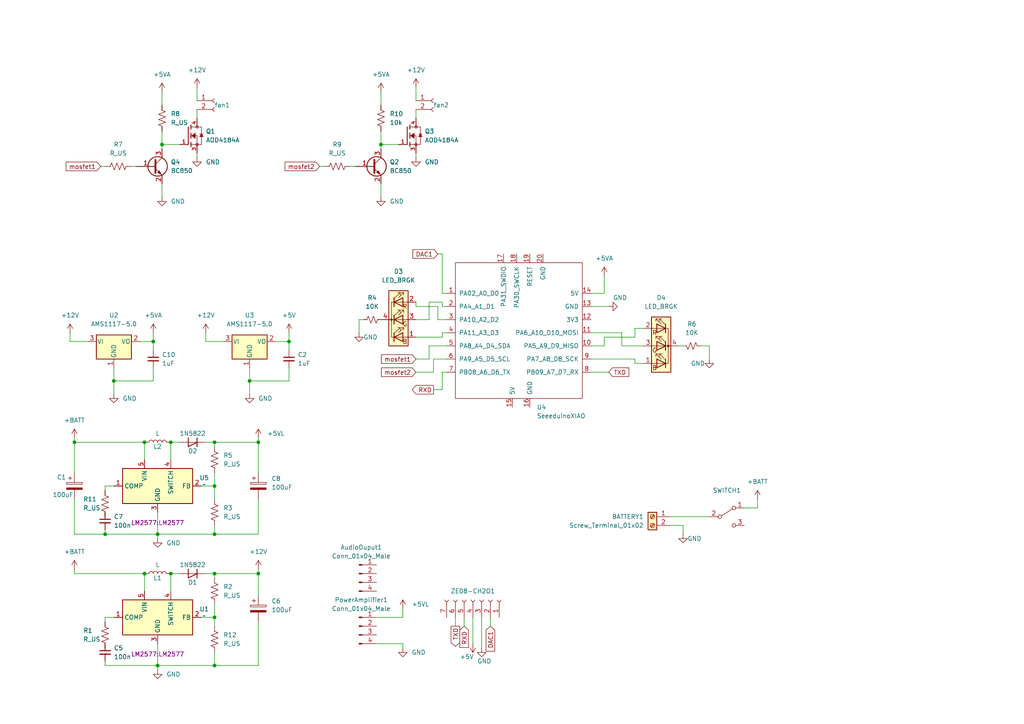
<source format=kicad_sch>
(kicad_sch (version 20231120) (generator "eeschema") (generator_version "8.0")
  (paper "A4")
  (title_block (title "PCB CIGARETTE V1") (company "UCB IMT"))
  (lib_symbols
    (symbol "AOD4184A:AOD4184A" (pin_names (offset 1.016))
      (property "Reference" "Q" (at -8.89 2.54 0))
      (property "Value" "AOD4184A" (at -8.89 -7.62 0))
      (symbol "AOD4184A_0_0"
        (polyline (pts (xy 0 2.54) (xy 0 -2.54)) (stroke (width 0.254)))
        (polyline (pts (xy 0.762 -2.54) (xy 0.762 -3.175)) (stroke (width 0.254)))
        (polyline (pts (xy 0.762 -1.905) (xy 0.762 -2.54)) (stroke (width 0.254)))
        (polyline (pts (xy 0.762 0) (xy 0.762 -0.762)) (stroke (width 0.254)))
        (polyline (pts (xy 0.762 0) (xy 2.54 0)) (stroke (width 0.1524)))
        (polyline (pts (xy 0.762 0.762) (xy 0.762 0)) (stroke (width 0.254)))
        (polyline (pts (xy 0.762 2.54) (xy 0.762 1.905)) (stroke (width 0.254)))
        (polyline (pts (xy 0.762 2.54) (xy 3.81 2.54)) (stroke (width 0.1524)))
        (polyline (pts (xy 0.762 3.175) (xy 0.762 2.54)) (stroke (width 0.254)))
        (polyline (pts (xy 2.54 -2.54) (xy 0.762 -2.54)) (stroke (width 0.1524)))
        (polyline (pts (xy 2.54 -2.54) (xy 3.81 -2.54)) (stroke (width 0.1524)))
        (polyline (pts (xy 2.54 0) (xy 2.54 -2.54)) (stroke (width 0.1524)))
        (polyline (pts (xy 3.81 0.508) (xy 3.302 0.508)) (stroke (width 0.1524)))
        (polyline (pts (xy 3.81 0.508) (xy 3.81 -2.54)) (stroke (width 0.1524)))
        (polyline (pts (xy 3.81 2.54) (xy 3.81 0.508)) (stroke (width 0.1524)))
        (polyline (pts (xy 4.318 0.508) (xy 3.81 0.508)) (stroke (width 0.1524)))
        (polyline (pts (xy 1.016 0) (xy 2.032 0.762) (xy 2.032 -0.762) (xy 1.016 0)) (stroke (width 0.1524)) (fill (type outline)))
        (polyline (pts (xy 3.81 0.508) (xy 3.302 -0.254) (xy 4.318 -0.254) (xy 3.81 0.508)) (stroke (width 0.1524)) (fill (type outline)))
        (circle (center 2.54 -2.54) (radius 0.3592))
        (circle (center 2.54 2.54) (radius 0.3592))
        (pin passive line (at -2.54 -2.54 0) (length 2.54) (name "~") (number "1"))
        (pin passive line (at 2.54 -5.08 90) (length 2.54) (name "~") (number "3"))
        (pin passive line (at 2.54 5.08 270) (length 2.54) (name "~") (number "4"))
      )
    )
    (symbol "Connector:Conn_01x02_Female" (pin_names (offset 1.016) hide)
      (property "Reference" "J" (at 0 2.54 0))
      (property "Value" "Conn_01x02_Female" (at 0 -5.08 0))
      (symbol "Conn_01x02_Female_1_1"
        (arc (start 0 -2.032) (mid -0.5058 -2.54) (end 0 -3.048) (stroke (width 0.1524)))
        (polyline (pts (xy -1.27 -2.54) (xy -0.508 -2.54)) (stroke (width 0.1524)))
        (polyline (pts (xy -1.27 0) (xy -0.508 0)) (stroke (width 0.1524)))
        (arc (start 0 0.508) (mid -0.5058 0) (end 0 -0.508) (stroke (width 0.1524)))
        (pin passive line (at -5.08 0 0) (length 3.81) (name "Pin_1") (number "1"))
        (pin passive line (at -5.08 -2.54 0) (length 3.81) (name "Pin_2") (number "2"))
      )
    )
    (symbol "Connector:Conn_01x04_Male" (pin_names (offset 1.016) hide)
      (property "Reference" "J" (at 0 5.08 0))
      (property "Value" "Conn_01x04_Male" (at 0 -7.62 0))
      (symbol "Conn_01x04_Male_1_1"
        (polyline (pts (xy 1.27 -5.08) (xy 0.8636 -5.08)) (stroke (width 0.1524)))
        (polyline (pts (xy 1.27 -2.54) (xy 0.8636 -2.54)) (stroke (width 0.1524)))
        (polyline (pts (xy 1.27 0) (xy 0.8636 0)) (stroke (width 0.1524)))
        (polyline (pts (xy 1.27 2.54) (xy 0.8636 2.54)) (stroke (width 0.1524)))
        (rectangle (start 0.8636 -4.953) (end 0 -5.207) (stroke (width 0.1524)) (fill (type outline)))
        (rectangle (start 0.8636 -2.413) (end 0 -2.667) (stroke (width 0.1524)) (fill (type outline)))
        (rectangle (start 0.8636 0.127) (end 0 -0.127) (stroke (width 0.1524)) (fill (type outline)))
        (rectangle (start 0.8636 2.667) (end 0 2.413) (stroke (width 0.1524)) (fill (type outline)))
        (pin passive line (at 5.08 2.54 180) (length 3.81) (name "Pin_1") (number "1"))
        (pin passive line (at 5.08 0 180) (length 3.81) (name "Pin_2") (number "2"))
        (pin passive line (at 5.08 -2.54 180) (length 3.81) (name "Pin_3") (number "3"))
        (pin passive line (at 5.08 -5.08 180) (length 3.81) (name "Pin_4") (number "4"))
      )
    )
    (symbol "Connector:Conn_01x07_Female" (pin_names (offset 1.016) hide)
      (property "Reference" "J" (at 0 10.16 0))
      (property "Value" "Conn_01x07_Female" (at 0 -10.16 0))
      (symbol "Conn_01x07_Female_1_1"
        (arc (start 0 -7.112) (mid -0.5058 -7.62) (end 0 -8.128) (stroke (width 0.1524)))
        (arc (start 0 -4.572) (mid -0.5058 -5.08) (end 0 -5.588) (stroke (width 0.1524)))
        (arc (start 0 -2.032) (mid -0.5058 -2.54) (end 0 -3.048) (stroke (width 0.1524)))
        (polyline (pts (xy -1.27 -7.62) (xy -0.508 -7.62)) (stroke (width 0.1524)))
        (polyline (pts (xy -1.27 -5.08) (xy -0.508 -5.08)) (stroke (width 0.1524)))
        (polyline (pts (xy -1.27 -2.54) (xy -0.508 -2.54)) (stroke (width 0.1524)))
        (polyline (pts (xy -1.27 0) (xy -0.508 0)) (stroke (width 0.1524)))
        (polyline (pts (xy -1.27 2.54) (xy -0.508 2.54)) (stroke (width 0.1524)))
        (polyline (pts (xy -1.27 5.08) (xy -0.508 5.08)) (stroke (width 0.1524)))
        (polyline (pts (xy -1.27 7.62) (xy -0.508 7.62)) (stroke (width 0.1524)))
        (arc (start 0 0.508) (mid -0.5058 0) (end 0 -0.508) (stroke (width 0.1524)))
        (arc (start 0 3.048) (mid -0.5058 2.54) (end 0 2.032) (stroke (width 0.1524)))
        (arc (start 0 5.588) (mid -0.5058 5.08) (end 0 4.572) (stroke (width 0.1524)))
        (arc (start 0 8.128) (mid -0.5058 7.62) (end 0 7.112) (stroke (width 0.1524)))
        (pin passive line (at -5.08 7.62 0) (length 3.81) (name "Pin_1") (number "1"))
        (pin passive line (at -5.08 5.08 0) (length 3.81) (name "Pin_2") (number "2"))
        (pin passive line (at -5.08 2.54 0) (length 3.81) (name "Pin_3") (number "3"))
        (pin passive line (at -5.08 0 0) (length 3.81) (name "Pin_4") (number "4"))
        (pin passive line (at -5.08 -2.54 0) (length 3.81) (name "Pin_5") (number "5"))
        (pin passive line (at -5.08 -5.08 0) (length 3.81) (name "Pin_6") (number "6"))
        (pin passive line (at -5.08 -7.62 0) (length 3.81) (name "Pin_7") (number "7"))
      )
    )
    (symbol "Connector:Screw_Terminal_01x02" (pin_names (offset 1.016) hide)
      (property "Reference" "J" (at 0 2.54 0))
      (property "Value" "Screw_Terminal_01x02" (at 0 -5.08 0))
      (symbol "Screw_Terminal_01x02_1_1"
        (rectangle (start -1.27 1.27) (end 1.27 -3.81) (stroke (width 0.254)) (fill (type background)))
        (circle (center 0 -2.54) (radius 0.635) (stroke (width 0.1524)))
        (polyline (pts (xy -0.5334 -2.2098) (xy 0.3302 -3.048)) (stroke (width 0.1524)))
        (polyline (pts (xy -0.5334 0.3302) (xy 0.3302 -0.508)) (stroke (width 0.1524)))
        (polyline (pts (xy -0.3556 -2.032) (xy 0.508 -2.8702)) (stroke (width 0.1524)))
        (polyline (pts (xy -0.3556 0.508) (xy 0.508 -0.3302)) (stroke (width 0.1524)))
        (circle (center 0 0) (radius 0.635) (stroke (width 0.1524)))
        (pin passive line (at -5.08 0 0) (length 3.81) (name "Pin_1") (number "1"))
        (pin passive line (at -5.08 -2.54 0) (length 3.81) (name "Pin_2") (number "2"))
      )
    )
    (symbol "Device:C_Polarized" (pin_numbers hide) (pin_names (offset 0.254))
      (property "Reference" "C" (at 0.635 2.54 0))
      (property "Value" "C_Polarized" (at 0.635 -2.54 0))
      (symbol "C_Polarized_0_1"
        (rectangle (start -2.286 0.508) (end 2.286 1.016))
        (polyline (pts (xy -1.778 2.286) (xy -0.762 2.286)))
        (polyline (pts (xy -1.27 2.794) (xy -1.27 1.778)))
        (rectangle (start 2.286 -0.508) (end -2.286 -1.016) (fill (type outline)))
      )
      (symbol "C_Polarized_1_1"
        (pin passive line (at 0 3.81 270) (length 2.794) (name "~") (number "1"))
        (pin passive line (at 0 -3.81 90) (length 2.794) (name "~") (number "2"))
      )
    )
    (symbol "Device:C_Small" (pin_numbers hide) (pin_names (offset 0.254) hide)
      (property "Reference" "C" (at 0.254 1.778 0))
      (property "Value" "C_Small" (at 0.254 -2.032 0))
      (symbol "C_Small_0_1"
        (polyline (pts (xy -1.524 -0.508) (xy 1.524 -0.508)) (stroke (width 0.3302)))
        (polyline (pts (xy -1.524 0.508) (xy 1.524 0.508)) (stroke (width 0.3048)))
      )
      (symbol "C_Small_1_1"
        (pin passive line (at 0 2.54 270) (length 2.032) (name "~") (number "1"))
        (pin passive line (at 0 -2.54 90) (length 2.032) (name "~") (number "2"))
      )
    )
    (symbol "Device:D_Shockley" (pin_numbers hide) (pin_names (offset 1.016) hide)
      (property "Reference" "D" (at 0 2.54 0))
      (property "Value" "D_Shockley" (at 0 -2.54 0))
      (symbol "D_Shockley_0_1"
        (polyline (pts (xy -1.27 0) (xy 1.27 0)))
        (polyline (pts (xy -1.27 1.27) (xy -1.27 -1.27)) (stroke (width 0.254)))
        (polyline (pts (xy -1.27 0) (xy 1.27 1.27) (xy 1.27 -1.27)) (stroke (width 0.254)))
      )
      (symbol "D_Shockley_1_1"
        (pin passive line (at -3.81 0 0) (length 2.54) (name "K") (number "1"))
        (pin passive line (at 3.81 0 180) (length 2.54) (name "A") (number "2"))
      )
    )
    (symbol "Device:L" (pin_numbers hide) (pin_names (offset 1.016) hide)
      (property "Reference" "L" (at -1.27 0 90))
      (property "Value" "L" (at 1.905 0 90))
      (symbol "L_0_1"
        (arc (start 0 -2.54) (mid 0.6323 -1.905) (end 0 -1.27))
        (arc (start 0 -1.27) (mid 0.6323 -0.635) (end 0 0))
        (arc (start 0 0) (mid 0.6323 0.635) (end 0 1.27))
        (arc (start 0 1.27) (mid 0.6323 1.905) (end 0 2.54))
      )
      (symbol "L_1_1"
        (pin passive line (at 0 3.81 270) (length 1.27) (name "1") (number "1"))
        (pin passive line (at 0 -3.81 90) (length 1.27) (name "2") (number "2"))
      )
    )
    (symbol "Device:LED_BRGK" (pin_names (offset 0) hide)
      (property "Reference" "D" (at 0 9.398 0))
      (property "Value" "LED_BRGK" (at 0 -8.89 0))
      (symbol "LED_BRGK_0_0"
        (text "B" (at 1.905 -6.35 0) (effects (font (size 1.27 1.27))))
        (text "G" (at 1.905 -1.27 0) (effects (font (size 1.27 1.27))))
        (text "R" (at 1.905 3.81 0) (effects (font (size 1.27 1.27))))
      )
      (symbol "LED_BRGK_0_1"
        (circle (center -2.032 0) (radius 0.254) (fill (type outline)))
        (polyline (pts (xy -1.27 -5.08) (xy 1.27 -5.08)))
        (polyline (pts (xy -1.27 -3.81) (xy -1.27 -6.35)) (stroke (width 0.254)))
        (polyline (pts (xy -1.27 0) (xy -2.54 0)))
        (polyline (pts (xy -1.27 1.27) (xy -1.27 -1.27)) (stroke (width 0.254)))
        (polyline (pts (xy -1.27 5.08) (xy 1.27 5.08)))
        (polyline (pts (xy -1.27 6.35) (xy -1.27 3.81)) (stroke (width 0.254)))
        (polyline (pts (xy 1.27 -5.08) (xy 2.54 -5.08)))
        (polyline (pts (xy 1.27 0) (xy -1.27 0)))
        (polyline (pts (xy 1.27 0) (xy 2.54 0)))
        (polyline (pts (xy 1.27 5.08) (xy 2.54 5.08)))
        (polyline (pts (xy -1.27 1.27) (xy -1.27 -1.27) (xy -1.27 -1.27)))
        (polyline (pts (xy -1.27 6.35) (xy -1.27 3.81) (xy -1.27 3.81)))
        (polyline (pts (xy -1.27 5.08) (xy -2.032 5.08) (xy -2.032 -5.08) (xy -1.016 -5.08)))
        (polyline (pts (xy 1.27 -3.81) (xy 1.27 -6.35) (xy -1.27 -5.08) (xy 1.27 -3.81)) (stroke (width 0.254)))
        (polyline (pts (xy 1.27 1.27) (xy 1.27 -1.27) (xy -1.27 0) (xy 1.27 1.27)) (stroke (width 0.254)))
        (polyline (pts (xy 1.27 6.35) (xy 1.27 3.81) (xy -1.27 5.08) (xy 1.27 6.35)) (stroke (width 0.254)))
        (polyline (pts (xy -1.016 -3.81) (xy 0.508 -2.286) (xy -0.254 -2.286) (xy 0.508 -2.286) (xy 0.508 -3.048)))
        (polyline (pts (xy -1.016 1.27) (xy 0.508 2.794) (xy -0.254 2.794) (xy 0.508 2.794) (xy 0.508 2.032)))
        (polyline (pts (xy -1.016 6.35) (xy 0.508 7.874) (xy -0.254 7.874) (xy 0.508 7.874) (xy 0.508 7.112)))
        (polyline (pts (xy 0 -3.81) (xy 1.524 -2.286) (xy 0.762 -2.286) (xy 1.524 -2.286) (xy 1.524 -3.048)))
        (polyline (pts (xy 0 1.27) (xy 1.524 2.794) (xy 0.762 2.794) (xy 1.524 2.794) (xy 1.524 2.032)))
        (polyline (pts (xy 0 6.35) (xy 1.524 7.874) (xy 0.762 7.874) (xy 1.524 7.874) (xy 1.524 7.112)))
        (rectangle (start 1.27 -1.27) (end 1.27 1.27))
        (rectangle (start 1.27 1.27) (end 1.27 1.27))
        (rectangle (start 1.27 3.81) (end 1.27 6.35))
        (rectangle (start 1.27 6.35) (end 1.27 6.35))
        (rectangle (start 2.794 8.382) (end -2.794 -7.62) (stroke (width 0.254)) (fill (type background)))
      )
      (symbol "LED_BRGK_1_1"
        (pin passive line (at 5.08 -5.08 180) (length 2.54) (name "BA") (number "1"))
        (pin passive line (at 5.08 5.08 180) (length 2.54) (name "RA") (number "2"))
        (pin passive line (at 5.08 0 180) (length 2.54) (name "GA") (number "3"))
        (pin passive line (at -5.08 0 0) (length 2.54) (name "K") (number "4"))
      )
    )
    (symbol "Device:R_Small_US" (pin_numbers hide) (pin_names (offset 0.254) hide)
      (property "Reference" "R" (at 0.762 0.508 0))
      (property "Value" "R_Small_US" (at 0.762 -1.016 0))
      (symbol "R_Small_US_1_1"
        (polyline (pts (xy 0 0) (xy 1.016 -0.381) (xy 0 -0.762) (xy -1.016 -1.143) (xy 0 -1.524)))
        (polyline (pts (xy 0 1.524) (xy 1.016 1.143) (xy 0 0.762) (xy -1.016 0.381) (xy 0 0)))
        (pin passive line (at 0 2.54 270) (length 1.016) (name "~") (number "1"))
        (pin passive line (at 0 -2.54 90) (length 1.016) (name "~") (number "2"))
      )
    )
    (symbol "Device:R_US" (pin_numbers hide) (pin_names (offset 0))
      (property "Reference" "R" (at 2.54 0 90))
      (property "Value" "R_US" (at -2.54 0 90))
      (symbol "R_US_0_1"
        (polyline (pts (xy 0 -2.286) (xy 0 -2.54)))
        (polyline (pts (xy 0 2.286) (xy 0 2.54)))
        (polyline (pts (xy 0 -0.762) (xy 1.016 -1.143) (xy 0 -1.524) (xy -1.016 -1.905) (xy 0 -2.286)))
        (polyline (pts (xy 0 0.762) (xy 1.016 0.381) (xy 0 0) (xy -1.016 -0.381) (xy 0 -0.762)))
        (polyline (pts (xy 0 2.286) (xy 1.016 1.905) (xy 0 1.524) (xy -1.016 1.143) (xy 0 0.762)))
      )
      (symbol "R_US_1_1"
        (pin passive line (at 0 3.81 270) (length 1.27) (name "~") (number "1"))
        (pin passive line (at 0 -3.81 90) (length 1.27) (name "~") (number "2"))
      )
    )
    (symbol "Regulator_Linear:AMS1117-5.0" (pin_names (offset 0.254))
      (property "Reference" "U" (at -3.81 3.175 0))
      (property "Value" "AMS1117-5.0" (at 0 3.175 0))
      (symbol "AMS1117-5.0_0_1"
        (rectangle (start -5.08 -5.08) (end 5.08 1.905) (stroke (width 0.254)) (fill (type background)))
      )
      (symbol "AMS1117-5.0_1_1"
        (pin power_in line (at 0 -7.62 90) (length 2.54) (name "GND") (number "1"))
        (pin power_out line (at 7.62 0 180) (length 2.54) (name "VO") (number "2"))
        (pin power_in line (at -7.62 0 0) (length 2.54) (name "VI") (number "3"))
      )
    )
    (symbol "Seeeduino XIAO:SeeeduinoXIAO" (pin_names (offset 1.016))
      (property "Reference" "U" (at -19.05 22.86 0))
      (property "Value" "SeeeduinoXIAO" (at -12.7 21.59 0))
      (symbol "SeeeduinoXIAO_0_1"
        (rectangle (start -19.05 20.32) (end 17.78 -19.05))
      )
      (symbol "SeeeduinoXIAO_1_1"
        (pin unspecified line (at -21.59 11.43 0) (length 2.54) (name "PA02_A0_D0") (number "1"))
        (pin unspecified line (at 20.32 -3.81 180) (length 2.54) (name "PA5_A9_D9_MISO") (number "10"))
        (pin unspecified line (at 20.32 0 180) (length 2.54) (name "PA6_A10_D10_MOSI") (number "11"))
        (pin unspecified line (at 20.32 3.81 180) (length 2.54) (name "3V3") (number "12"))
        (pin unspecified line (at 20.32 7.62 180) (length 2.54) (name "GND") (number "13"))
        (pin unspecified line (at 20.32 11.43 180) (length 2.54) (name "5V") (number "14"))
        (pin input line (at -2.54 -21.59 90) (length 2.54) (name "5V") (number "15"))
        (pin input line (at 2.54 -21.59 90) (length 2.54) (name "GND") (number "16"))
        (pin input line (at -5.08 22.86 270) (length 2.54) (name "PA31_SWDIO") (number "17"))
        (pin input line (at -1.27 22.86 270) (length 2.54) (name "PA30_SWCLK") (number "18"))
        (pin input line (at 2.54 22.86 270) (length 2.54) (name "RESET") (number "19"))
        (pin unspecified line (at -21.59 7.62 0) (length 2.54) (name "PA4_A1_D1") (number "2"))
        (pin input line (at 6.35 22.86 270) (length 2.54) (name "GND") (number "20"))
        (pin unspecified line (at -21.59 3.81 0) (length 2.54) (name "PA10_A2_D2") (number "3"))
        (pin unspecified line (at -21.59 0 0) (length 2.54) (name "PA11_A3_D3") (number "4"))
        (pin unspecified line (at -21.59 -3.81 0) (length 2.54) (name "PA8_A4_D4_SDA") (number "5"))
        (pin unspecified line (at -21.59 -7.62 0) (length 2.54) (name "PA9_A5_D5_SCL") (number "6"))
        (pin unspecified line (at -21.59 -11.43 0) (length 2.54) (name "PB08_A6_D6_TX") (number "7"))
        (pin unspecified line (at 20.32 -11.43 180) (length 2.54) (name "PB09_A7_D7_RX") (number "8"))
        (pin unspecified line (at 20.32 -7.62 180) (length 2.54) (name "PA7_A8_D8_SCK") (number "9"))
      )
    )
    (symbol "Switch:SW_SPDT" (pin_names (offset 0) hide)
      (property "Reference" "SW" (at 0 4.318 0))
      (property "Value" "SW_SPDT" (at 0 -5.08 0))
      (symbol "SW_SPDT_0_0"
        (circle (center -2.032 0) (radius 0.508))
        (circle (center 2.032 -2.54) (radius 0.508))
      )
      (symbol "SW_SPDT_0_1"
        (polyline (pts (xy -1.524 0.254) (xy 1.651 2.286)))
        (circle (center 2.032 2.54) (radius 0.508))
      )
      (symbol "SW_SPDT_1_1"
        (pin passive line (at 5.08 2.54 180) (length 2.54) (name "A") (number "1"))
        (pin passive line (at -5.08 0 0) (length 2.54) (name "B") (number "2"))
        (pin passive line (at 5.08 -2.54 180) (length 2.54) (name "C") (number "3"))
      )
    )
    (symbol "Transistor_BJT:BC850" (pin_names (offset 0) hide)
      (property "Reference" "Q" (at 5.08 1.905 0))
      (property "Value" "BC850" (at 5.08 0 0))
      (symbol "BC850_0_1"
        (polyline (pts (xy 0.635 0.635) (xy 2.54 2.54)))
        (polyline (pts (xy 0.635 -0.635) (xy 2.54 -2.54) (xy 2.54 -2.54)))
        (polyline (pts (xy 0.635 1.905) (xy 0.635 -1.905) (xy 0.635 -1.905)) (stroke (width 0.508)))
        (polyline (pts (xy 1.27 -1.778) (xy 1.778 -1.27) (xy 2.286 -2.286) (xy 1.27 -1.778) (xy 1.27 -1.778)) (fill (type outline)))
        (circle (center 1.27 0) (radius 2.8194) (stroke (width 0.254)))
      )
      (symbol "BC850_1_1"
        (pin input line (at -5.08 0 0) (length 5.715) (name "B") (number "1"))
        (pin passive line (at 2.54 -5.08 90) (length 2.54) (name "E") (number "2"))
        (pin passive line (at 2.54 5.08 270) (length 2.54) (name "C") (number "3"))
      )
    )
    (symbol "lm2577:LM2577"
      (property "Reference" "U" (at 0 16.51 0))
      (symbol "LM2577_0_1"
        (rectangle (start -10.16 13.97) (end 10.16 3.81) (stroke (width 0.254)) (fill (type background)))
      )
      (symbol "LM2577_1_1"
        (pin input line (at -12.7 8.89 0) (length 2.54) (name "COMP") (number "1"))
        (pin input line (at 12.7 8.89 180) (length 2.54) (name "FB") (number "2"))
        (pin power_in line (at 0 1.27 90) (length 2.54) (name "GND") (number "3"))
        (pin output line (at 3.81 16.51 270) (length 2.54) (name "SWITCH") (number "4"))
        (pin power_in line (at -3.81 16.51 270) (length 2.54) (name "VIN") (number "5"))
      )
    )
    (symbol "power:+12V" (power) (pin_names (offset 0))
      (property "Value" "+12V" (at 0 3.556 0))
      (symbol "+12V_0_1"
        (polyline (pts (xy -0.762 1.27) (xy 0 2.54)))
        (polyline (pts (xy 0 0) (xy 0 2.54)))
        (polyline (pts (xy 0 2.54) (xy 0.762 1.27)))
      )
      (symbol "+12V_1_1"
        (pin power_in line (at 0 0 90) (length 0) hide (name "+12V") (number "1"))
      )
    )
    (symbol "power:+5V" (power) (pin_names (offset 0))
      (property "Value" "+5V" (at 0 3.556 0))
      (symbol "+5V_0_1"
        (polyline (pts (xy -0.762 1.27) (xy 0 2.54)))
        (polyline (pts (xy 0 0) (xy 0 2.54)))
        (polyline (pts (xy 0 2.54) (xy 0.762 1.27)))
      )
      (symbol "+5V_1_1"
        (pin power_in line (at 0 0 90) (length 0) hide (name "+5V") (number "1"))
      )
    )
    (symbol "power:+5VA" (power) (pin_names (offset 0))
      (property "Value" "+5VA" (at 0 3.556 0))
      (symbol "+5VA_0_1"
        (polyline (pts (xy -0.762 1.27) (xy 0 2.54)))
        (polyline (pts (xy 0 0) (xy 0 2.54)))
        (polyline (pts (xy 0 2.54) (xy 0.762 1.27)))
      )
      (symbol "+5VA_1_1"
        (pin power_in line (at 0 0 90) (length 0) hide (name "+5VA") (number "1"))
      )
    )
    (symbol "power:+5VL" (power) (pin_names (offset 0))
      (property "Value" "+5VL" (at 0 3.556 0))
      (symbol "+5VL_0_1"
        (polyline (pts (xy -0.762 1.27) (xy 0 2.54)))
        (polyline (pts (xy 0 0) (xy 0 2.54)))
        (polyline (pts (xy 0 2.54) (xy 0.762 1.27)))
      )
      (symbol "+5VL_1_1"
        (pin power_in line (at 0 0 90) (length 0) hide (name "+5VL") (number "1"))
      )
    )
    (symbol "power:+BATT" (power) (pin_numbers hide) (pin_names (offset 0) hide)
      (property "Value" "+BATT" (at 0 3.556 0))
      (symbol "+BATT_0_1"
        (polyline (pts (xy -0.762 1.27) (xy 0 2.54)))
        (polyline (pts (xy 0 0) (xy 0 2.54)))
        (polyline (pts (xy 0 2.54) (xy 0.762 1.27)))
      )
      (symbol "+BATT_1_1"
        (pin power_in line (at 0 0 90) (length 0) (name "~") (number "1"))
      )
    )
    (symbol "power:GND" (power) (pin_names (offset 0))
      (property "Value" "GND" (at 0 -3.81 0))
      (symbol "GND_0_1"
        (polyline (pts (xy 0 0) (xy 0 -1.27) (xy 1.27 -1.27) (xy 0 -2.54) (xy -1.27 -1.27) (xy 0 -1.27)))
      )
      (symbol "GND_1_1"
        (pin power_in line (at 0 0 270) (length 0) hide (name "GND") (number "1"))
      )
    )
  )
  (junction (at 41.91 128.27))
  (junction (at 41.91 166.37))
  (junction (at 62.23 166.37))
  (junction (at 33.02 110.49))
  (junction (at 44.45 99.06))
  (junction (at 45.72 154.94))
  (junction (at 49.53 128.27))
  (junction (at 110.49 41.91))
  (junction (at 62.23 193.04))
  (junction (at 49.53 166.37))
  (junction (at 83.82 99.06))
  (junction (at 62.23 179.07))
  (junction (at 62.23 140.97))
  (junction (at 62.23 128.27))
  (junction (at 46.99 41.91))
  (junction (at 74.93 128.27))
  (junction (at 62.23 154.94))
  (junction (at 45.72 193.04))
  (junction (at 21.59 128.27))
  (junction (at 30.48 154.94))
  (junction (at 74.93 166.37))
  (junction (at 72.39 110.49))
  (wire (pts (xy 21.59 165.1) (xy 21.59 166.37)))
  (wire (pts (xy 59.69 166.37) (xy 62.23 166.37)))
  (wire (pts (xy 58.42 179.07) (xy 62.23 179.07)))
  (wire (pts (xy 194.31 149.86) (xy 205.74 149.86)))
  (wire (pts (xy 186.69 105.41) (xy 184.15 105.41)))
  (wire (pts (xy 80.01 99.06) (xy 83.82 99.06)))
  (wire (pts (xy 180.34 96.52) (xy 180.34 100.33)))
  (wire (pts (xy 110.49 53.34) (xy 110.49 57.15)))
  (wire (pts (xy 62.23 179.07) (xy 62.23 181.61)))
  (wire (pts (xy 62.23 154.94) (xy 74.93 154.94)))
  (wire (pts (xy 120.65 107.95) (xy 125.73 107.95)))
  (wire (pts (xy 49.53 166.37) (xy 52.07 166.37)))
  (wire (pts (xy 62.23 152.4) (xy 62.23 154.94)))
  (wire (pts (xy 129.54 96.52) (xy 128.27 96.52)))
  (wire (pts (xy 57.15 31.75) (xy 57.15 34.29)))
  (wire (pts (xy 30.48 179.07) (xy 33.02 179.07)))
  (wire (pts (xy 59.69 96.52) (xy 59.69 99.06)))
  (wire (pts (xy 128.27 87.63) (xy 124.46 87.63)))
  (wire (pts (xy 127 73.66) (xy 128.27 73.66)))
  (wire (pts (xy 58.42 140.97) (xy 62.23 140.97)))
  (wire (pts (xy 128.27 85.09) (xy 129.54 85.09)))
  (wire (pts (xy 21.59 127) (xy 21.59 128.27)))
  (wire (pts (xy 184.15 97.79) (xy 175.26 97.79)))
  (wire (pts (xy 92.71 48.26) (xy 93.98 48.26)))
  (wire (pts (xy 62.23 189.23) (xy 62.23 193.04)))
  (wire (pts (xy 125.73 104.14) (xy 129.54 104.14)))
  (wire (pts (xy 30.48 142.24) (xy 30.48 140.97)))
  (wire (pts (xy 198.12 100.33) (xy 196.85 100.33)))
  (wire (pts (xy 46.99 38.1) (xy 46.99 41.91)))
  (wire (pts (xy 83.82 96.52) (xy 83.82 99.06)))
  (wire (pts (xy 44.45 96.52) (xy 44.45 99.06)))
  (wire (pts (xy 171.45 104.14) (xy 184.15 104.14)))
  (wire (pts (xy 124.46 92.71) (xy 120.65 92.71)))
  (wire (pts (xy 46.99 41.91) (xy 46.99 43.18)))
  (wire (pts (xy 125.73 113.03) (xy 128.27 113.03)))
  (wire (pts (xy 128.27 113.03) (xy 128.27 107.95)))
  (wire (pts (xy 62.23 175.26) (xy 62.23 179.07)))
  (wire (pts (xy 101.6 48.26) (xy 102.87 48.26)))
  (wire (pts (xy 74.93 165.1) (xy 74.93 166.37)))
  (wire (pts (xy 128.27 88.9) (xy 128.27 87.63)))
  (wire (pts (xy 21.59 128.27) (xy 41.91 128.27)))
  (wire (pts (xy 30.48 191.77) (xy 30.48 193.04)))
  (wire (pts (xy 62.23 166.37) (xy 74.93 166.37)))
  (wire (pts (xy 128.27 107.95) (xy 129.54 107.95)))
  (wire (pts (xy 62.23 193.04) (xy 45.72 193.04)))
  (wire (pts (xy 30.48 180.34) (xy 30.48 179.07)))
  (wire (pts (xy 120.65 104.14) (xy 124.46 104.14)))
  (wire (pts (xy 59.69 99.06) (xy 64.77 99.06)))
  (wire (pts (xy 33.02 106.68) (xy 33.02 110.49)))
  (wire (pts (xy 74.93 180.34) (xy 74.93 193.04)))
  (wire (pts (xy 110.49 41.91) (xy 110.49 43.18)))
  (wire (pts (xy 30.48 140.97) (xy 33.02 140.97)))
  (wire (pts (xy 49.53 166.37) (xy 49.53 171.45)))
  (wire (pts (xy 184.15 95.25) (xy 186.69 95.25)))
  (wire (pts (xy 124.46 100.33) (xy 129.54 100.33)))
  (wire (pts (xy 45.72 194.31) (xy 45.72 193.04)))
  (wire (pts (xy 203.2 100.33) (xy 205.74 100.33)))
  (wire (pts (xy 30.48 148.59) (xy 30.48 149.86)))
  (wire (pts (xy 142.24 179.07) (xy 142.24 181.61)))
  (wire (pts (xy 72.39 106.68) (xy 72.39 110.49)))
  (wire (pts (xy 41.91 171.45) (xy 41.91 166.37)))
  (wire (pts (xy 205.74 100.33) (xy 205.74 104.14)))
  (wire (pts (xy 198.12 154.94) (xy 198.12 152.4)))
  (wire (pts (xy 104.14 92.71) (xy 104.14 96.52)))
  (wire (pts (xy 116.84 176.53) (xy 116.84 179.07)))
  (wire (pts (xy 83.82 99.06) (xy 83.82 101.6)))
  (wire (pts (xy 21.59 154.94) (xy 30.48 154.94)))
  (wire (pts (xy 20.32 96.52) (xy 20.32 99.06)))
  (wire (pts (xy 21.59 144.78) (xy 21.59 154.94)))
  (wire (pts (xy 45.72 154.94) (xy 62.23 154.94)))
  (wire (pts (xy 62.23 137.16) (xy 62.23 140.97)))
  (wire (pts (xy 128.27 73.66) (xy 128.27 85.09)))
  (wire (pts (xy 74.93 193.04) (xy 62.23 193.04)))
  (wire (pts (xy 198.12 152.4) (xy 194.31 152.4)))
  (wire (pts (xy 62.23 166.37) (xy 62.23 167.64)))
  (wire (pts (xy 171.45 107.95) (xy 176.53 107.95)))
  (wire (pts (xy 175.26 85.09) (xy 171.45 85.09)))
  (wire (pts (xy 62.23 140.97) (xy 62.23 144.78)))
  (wire (pts (xy 29.21 48.26) (xy 30.48 48.26)))
  (wire (pts (xy 45.72 148.59) (xy 45.72 154.94)))
  (wire (pts (xy 120.65 31.75) (xy 120.65 34.29)))
  (wire (pts (xy 120.65 88.9) (xy 120.65 87.63)))
  (wire (pts (xy 104.14 92.71) (xy 105.41 92.71)))
  (wire (pts (xy 124.46 87.63) (xy 124.46 92.71)))
  (wire (pts (xy 110.49 41.91) (xy 115.57 41.91)))
  (wire (pts (xy 116.84 179.07) (xy 109.22 179.07)))
  (wire (pts (xy 120.65 97.79) (xy 128.27 97.79)))
  (wire (pts (xy 120.65 25.4) (xy 120.65 29.21)))
  (wire (pts (xy 44.45 106.68) (xy 44.45 110.49)))
  (wire (pts (xy 57.15 44.45) (xy 57.15 45.72)))
  (wire (pts (xy 46.99 53.34) (xy 46.99 57.15)))
  (wire (pts (xy 30.48 153.67) (xy 30.48 154.94)))
  (wire (pts (xy 125.73 107.95) (xy 125.73 104.14)))
  (wire (pts (xy 116.84 187.96) (xy 116.84 186.69)))
  (wire (pts (xy 124.46 104.14) (xy 124.46 100.33)))
  (wire (pts (xy 184.15 95.25) (xy 184.15 97.79)))
  (wire (pts (xy 44.45 99.06) (xy 44.45 101.6)))
  (wire (pts (xy 129.54 92.71) (xy 127 92.71)))
  (wire (pts (xy 128.27 96.52) (xy 128.27 97.79)))
  (wire (pts (xy 20.32 99.06) (xy 25.4 99.06)))
  (wire (pts (xy 62.23 128.27) (xy 74.93 128.27)))
  (wire (pts (xy 57.15 25.4) (xy 57.15 29.21)))
  (wire (pts (xy 41.91 133.35) (xy 41.91 128.27)))
  (wire (pts (xy 74.93 128.27) (xy 74.93 137.16)))
  (wire (pts (xy 21.59 128.27) (xy 21.59 137.16)))
  (wire (pts (xy 219.71 147.32) (xy 215.9 147.32)))
  (wire (pts (xy 184.15 104.14) (xy 184.15 105.41)))
  (wire (pts (xy 74.93 127) (xy 74.93 128.27)))
  (wire (pts (xy 30.48 193.04) (xy 45.72 193.04)))
  (wire (pts (xy 30.48 154.94) (xy 45.72 154.94)))
  (wire (pts (xy 110.49 26.67) (xy 110.49 30.48)))
  (wire (pts (xy 74.93 166.37) (xy 74.93 172.72)))
  (wire (pts (xy 219.71 144.78) (xy 219.71 147.32)))
  (wire (pts (xy 21.59 166.37) (xy 41.91 166.37)))
  (wire (pts (xy 74.93 144.78) (xy 74.93 154.94)))
  (wire (pts (xy 180.34 100.33) (xy 186.69 100.33)))
  (wire (pts (xy 46.99 41.91) (xy 52.07 41.91)))
  (wire (pts (xy 59.69 128.27) (xy 62.23 128.27)))
  (wire (pts (xy 120.65 44.45) (xy 120.65 45.72)))
  (wire (pts (xy 110.49 38.1) (xy 110.49 41.91)))
  (wire (pts (xy 33.02 110.49) (xy 33.02 114.3)))
  (wire (pts (xy 30.48 186.69) (xy 30.48 187.96)))
  (wire (pts (xy 171.45 96.52) (xy 180.34 96.52)))
  (wire (pts (xy 72.39 110.49) (xy 72.39 114.3)))
  (wire (pts (xy 38.1 48.26) (xy 39.37 48.26)))
  (wire (pts (xy 134.62 179.07) (xy 134.62 181.61)))
  (wire (pts (xy 62.23 128.27) (xy 62.23 129.54)))
  (wire (pts (xy 45.72 156.21) (xy 45.72 154.94)))
  (wire (pts (xy 49.53 128.27) (xy 52.07 128.27)))
  (wire (pts (xy 83.82 106.68) (xy 83.82 110.49)))
  (wire (pts (xy 49.53 128.27) (xy 49.53 133.35)))
  (wire (pts (xy 109.22 186.69) (xy 116.84 186.69)))
  (wire (pts (xy 175.26 100.33) (xy 171.45 100.33)))
  (wire (pts (xy 137.16 179.07) (xy 137.16 186.69)))
  (wire (pts (xy 40.64 99.06) (xy 44.45 99.06)))
  (wire (pts (xy 127 92.71) (xy 127 88.9)))
  (wire (pts (xy 33.02 110.49) (xy 44.45 110.49)))
  (wire (pts (xy 175.26 97.79) (xy 175.26 100.33)))
  (wire (pts (xy 132.08 179.07) (xy 132.08 181.61)))
  (wire (pts (xy 175.26 80.01) (xy 175.26 85.09)))
  (wire (pts (xy 46.99 26.67) (xy 46.99 30.48)))
  (wire (pts (xy 127 88.9) (xy 120.65 88.9)))
  (wire (pts (xy 45.72 186.69) (xy 45.72 193.04)))
  (wire (pts (xy 72.39 110.49) (xy 83.82 110.49)))
  (wire (pts (xy 171.45 88.9) (xy 176.53 88.9)))
  (wire (pts (xy 139.7 179.07) (xy 139.7 187.96)))
  (wire (pts (xy 129.54 88.9) (xy 128.27 88.9)))
  (global_label "TXD" (shape input) (at 176.53 107.95 0) (property "Intersheetrefs" "${INTERSHEET_REFS}" (effects (hide yes))))
  (global_label "TXD" (shape output) (at 132.08 181.61 270) (property "Intersheetrefs" "${INTERSHEET_REFS}" (effects (hide yes))))
  (global_label "RXD" (shape output) (at 125.73 113.03 180) (property "Intersheetrefs" "${INTERSHEET_REFS}" (effects (hide yes))))
  (global_label "DAC1" (shape input) (at 142.24 181.61 270) (property "Intersheetrefs" "${INTERSHEET_REFS}" (effects (hide yes))))
  (global_label "mosfet1" (shape input) (at 29.21 48.26 180) (property "Intersheetrefs" "${INTERSHEET_REFS}" (effects (hide yes))))
  (global_label "mosfet2" (shape input) (at 92.71 48.26 180) (property "Intersheetrefs" "${INTERSHEET_REFS}" (effects (hide yes))))
  (global_label "DAC1" (shape input) (at 127 73.66 180) (property "Intersheetrefs" "${INTERSHEET_REFS}" (effects (hide yes))))
  (global_label "RXD" (shape input) (at 134.62 181.61 270) (property "Intersheetrefs" "${INTERSHEET_REFS}" (effects (hide yes))))
  (global_label "mosfet1" (shape input) (at 120.65 104.14 180) (property "Intersheetrefs" "${INTERSHEET_REFS}" (effects (hide yes))))
  (global_label "mosfet2" (shape input) (at 120.65 107.95 180) (property "Intersheetrefs" "${INTERSHEET_REFS}" (effects (hide yes))))
  (symbol (lib_id "Device:LED_BRGK") (at 115.57 92.71 0) (unit 1)
    (property "Reference" "D3" (at 115.57 78.74 0))
    (property "Value" "LED_BRGK" (at 115.57 81.28 0))
    (property "Footprint" "Connector_Molex:Molex_KK-254_AE-6410-04A_1x04_P2.54mm_Vertical" (effects (hide yes)))
  )
  (symbol (lib_id "Device:R_US") (at 62.23 185.42 180) (unit 1)
    (property "Reference" "R12" (at 64.77 184.1499 0) (effects (justify right)))
    (property "Value" "R_US" (at 64.77 186.6899 0) (effects (justify right)))
    (property "Footprint" "Resistor_SMD:R_0805_2012Metric" (effects (hide yes)))
  )
  (symbol (lib_id "Device:C_Small") (at 44.45 104.14 0) (unit 1)
    (property "Reference" "C10" (at 46.99 102.8762 0) (effects (justify left)))
    (property "Value" "1uF" (at 46.99 105.4162 0) (effects (justify left)))
    (property "Footprint" "Capacitor_SMD:C_1206_3216Metric" (effects (hide yes)))
  )
  (symbol (lib_id "power:GND") (at 116.84 187.96 0) (unit 1)
    (property "Reference" "#PWR0116" (effects (hide yes)))
    (property "Value" "GND" (at 119.38 189.2299 0) (effects (justify left)))
  )
  (symbol (lib_id "Device:R_US") (at 46.99 34.29 0) (unit 1)
    (property "Reference" "R8" (at 49.53 33.0199 0) (effects (justify left)))
    (property "Value" "R_US" (at 49.53 35.5599 0) (effects (justify left)))
    (property "Footprint" "Resistor_SMD:R_0805_2012Metric" (effects (hide yes)))
  )
  (symbol (lib_id "Device:R_US") (at 62.23 133.35 0) (unit 1)
    (property "Reference" "R5" (at 64.77 132.0799 0) (effects (justify left)))
    (property "Value" "R_US" (at 64.77 134.6199 0) (effects (justify left)))
    (property "Footprint" "Resistor_SMD:R_0805_2012Metric" (effects (hide yes)))
  )
  (symbol (lib_id "Device:C_Small") (at 30.48 151.13 0) (unit 1)
    (property "Reference" "C7" (at 33.02 149.8662 0) (effects (justify left)))
    (property "Value" "100n" (at 33.02 152.4062 0) (effects (justify left)))
    (property "Footprint" "Capacitor_SMD:C_1206_3216Metric" (effects (hide yes)))
  )
  (symbol (lib_id "lm2577:LM2577") (at 45.72 187.96 0) (unit 1)
    (property "Reference" "U1" (at 59.2365 176.692 0))
    (property "Value" "~" (at 59.2365 178.5971 0))
    (property "Footprint" "LM2577:LM2577" (at 45.72 189.738 0))
  )
  (symbol (lib_id "power:+BATT") (at 21.59 127 0) (unit 1)
    (property "Reference" "#PWR04" (effects (hide yes)))
    (property "Value" "+BATT" (at 21.59 121.92 0))
    (property "Description" "Power symbol creates a global label with name \"+BATT\"" (effects (hide yes)))
  )
  (symbol (lib_id "power:GND") (at 205.74 104.14 0) (mirror y) (unit 1)
    (property "Reference" "#PWR0110" (effects (hide yes)))
    (property "Value" "GND" (at 204.47 105.41 0) (effects (justify left)))
  )
  (symbol (lib_id "Transistor_BJT:BC850") (at 107.95 48.26 0) (unit 1)
    (property "Reference" "Q2" (at 113.03 46.9899 0) (effects (justify left)))
    (property "Value" "BC850" (at 113.03 49.5299 0) (effects (justify left)))
    (property "Footprint" "Package_TO_SOT_SMD:SOT-23" (effects (hide yes)))
    (property "Datasheet" "http://www.infineon.com/dgdl/Infineon-BC847SERIES_BC848SERIES_BC849SERIES_BC850SERIES-DS-v01_01-en.pdf?fileId=db3a304314dca389011541d4630a1657" (effects (hide yes)))
  )
  (symbol (lib_id "power:GND") (at 110.49 57.15 0) (unit 1)
    (property "Reference" "#PWR0129" (effects (hide yes)))
    (property "Value" "GND" (at 113.03 58.4199 0) (effects (justify left)))
  )
  (symbol (lib_id "power:+5VA") (at 175.26 80.01 0) (unit 1)
    (property "Reference" "#PWR0111" (effects (hide yes)))
    (property "Value" "+5VA" (at 175.26 74.93 0))
  )
  (symbol (lib_id "power:+BATT") (at 21.59 165.1 0) (unit 1)
    (property "Reference" "#PWR02" (effects (hide yes)))
    (property "Value" "+BATT" (at 21.59 160.02 0))
    (property "Description" "Power symbol creates a global label with name \"+BATT\"" (effects (hide yes)))
  )
  (symbol (lib_id "power:+5VA") (at 110.49 26.67 0) (unit 1)
    (property "Reference" "#PWR0127" (effects (hide yes)))
    (property "Value" "+5VA" (at 110.49 21.59 0))
  )
  (symbol (lib_id "Connector:Conn_01x04_Male") (at 104.14 181.61 0) (unit 1)
    (property "Reference" "PowerAmplifier1" (at 104.775 173.99 0))
    (property "Value" "Conn_01x04_Male" (at 104.775 176.53 0))
    (property "Footprint" "Connector_Molex:Molex_KK-254_AE-6410-04A_1x04_P2.54mm_Vertical" (effects (hide yes)))
  )
  (symbol (lib_id "power:GND") (at 33.02 114.3 0) (unit 1)
    (property "Reference" "#PWR07" (effects (hide yes)))
    (property "Value" "GND" (at 35.56 115.5699 0) (effects (justify left)))
  )
  (symbol (lib_id "Connector:Screw_Terminal_01x02") (at 189.23 149.86 0) (mirror y) (unit 1)
    (property "Reference" "BATTERY1" (at 186.69 149.8599 0) (effects (justify left)))
    (property "Value" "Screw_Terminal_01x02" (at 186.69 152.3999 0) (effects (justify left)))
    (property "Footprint" "TerminalBlock_Phoenix:TerminalBlock_Phoenix_MPT-0,5-2-2.54_1x02_P2.54mm_Horizontal" (effects (hide yes)))
  )
  (symbol (lib_id "Device:C_Polarized") (at 74.93 140.97 0) (unit 1)
    (property "Reference" "C8" (at 78.74 138.8109 0) (effects (justify left)))
    (property "Value" "100uF" (at 78.74 141.3509 0) (effects (justify left)))
    (property "Footprint" "Capacitor_THT:C_Radial_D8.0mm_H7.0mm_P3.50mm" (effects (hide yes)))
  )
  (symbol (lib_id "Switch:SW_SPDT") (at 210.82 149.86 0) (unit 1)
    (property "Reference" "SWITCH1" (at 210.82 142.24 0))
    (property "Value" "SW_SPDT" (effects (hide yes)))
    (property "Footprint" "Connector_Molex:Molex_KK-254_AE-6410-03A_1x03_P2.54mm_Vertical" (effects (hide yes)))
  )
  (symbol (lib_id "power:GND") (at 45.72 156.21 0) (unit 1)
    (property "Reference" "#PWR0108" (effects (hide yes)))
    (property "Value" "GND" (at 48.26 157.4799 0) (effects (justify left)))
  )
  (symbol (lib_id "power:+12V") (at 57.15 25.4 0) (unit 1)
    (property "Reference" "#PWR0118" (effects (hide yes)))
    (property "Value" "+12V" (at 57.15 20.32 0))
  )
  (symbol (lib_id "power:GND") (at 46.99 57.15 0) (unit 1)
    (property "Reference" "#PWR0124" (effects (hide yes)))
    (property "Value" "GND" (at 49.53 58.4199 0) (effects (justify left)))
  )
  (symbol (lib_id "Regulator_Linear:AMS1117-5.0") (at 33.02 99.06 0) (unit 1)
    (property "Reference" "U2" (at 33.02 91.44 0))
    (property "Value" "AMS1117-5.0" (at 33.02 93.98 0))
    (property "Footprint" "Package_TO_SOT_SMD:SOT-223-3_TabPin2" (effects (hide yes)))
    (property "Datasheet" "http://www.advanced-monolithic.com/pdf/ds1117.pdf" (effects (hide yes)))
  )
  (symbol (lib_id "Device:LED_BRGK") (at 191.77 100.33 0) (mirror y) (unit 1)
    (property "Reference" "D4" (at 191.77 86.36 0))
    (property "Value" "LED_BRGK" (at 191.77 88.9 0))
    (property "Footprint" "Connector_Molex:Molex_KK-254_AE-6410-04A_1x04_P2.54mm_Vertical" (effects (hide yes)))
  )
  (symbol (lib_id "Regulator_Linear:AMS1117-5.0") (at 72.39 99.06 0) (unit 1)
    (property "Reference" "U3" (at 72.39 91.44 0))
    (property "Value" "AMS1117-5.0" (at 72.39 93.98 0))
    (property "Footprint" "Package_TO_SOT_SMD:SOT-223-3_TabPin2" (effects (hide yes)))
    (property "Datasheet" "http://www.advanced-monolithic.com/pdf/ds1117.pdf" (effects (hide yes)))
  )
  (symbol (lib_id "power:GND") (at 120.65 45.72 0) (unit 1)
    (property "Reference" "#PWR0126" (effects (hide yes)))
    (property "Value" "GND" (at 123.19 46.9899 0) (effects (justify left)))
  )
  (symbol (lib_id "power:+5VL") (at 74.93 127 0) (unit 1)
    (property "Reference" "#PWR0115" (effects (hide yes)))
    (property "Value" "+5VL" (at 77.47 125.7299 0) (effects (justify left)))
  )
  (symbol (lib_id "Device:D_Shockley") (at 55.88 128.27 180) (unit 1)
    (property "Reference" "D2" (at 55.88 130.81 0))
    (property "Value" "1N5822" (at 55.88 125.73 0))
    (property "Footprint" "Diode_SMD:D_SMA_Handsoldering" (effects (hide yes)))
  )
  (symbol (lib_id "power:+5VA") (at 46.99 26.67 0) (unit 1)
    (property "Reference" "#PWR0125" (effects (hide yes)))
    (property "Value" "+5VA" (at 46.99 21.59 0))
  )
  (symbol (lib_id "power:+12V") (at 20.32 96.52 0) (unit 1)
    (property "Reference" "#PWR06" (effects (hide yes)))
    (property "Value" "+12V" (at 20.32 91.44 0))
  )
  (symbol (lib_id "Device:C_Polarized") (at 21.59 140.97 0) (unit 1)
    (property "Reference" "C1" (at 16.51 138.43 0) (effects (justify left)))
    (property "Value" "100uF" (at 15.24 143.51 0) (effects (justify left)))
    (property "Footprint" "Capacitor_THT:C_Radial_D8.0mm_H7.0mm_P3.50mm" (effects (hide yes)))
  )
  (symbol (lib_id "power:GND") (at 57.15 45.72 0) (unit 1)
    (property "Reference" "#PWR0119" (effects (hide yes)))
    (property "Value" "GND" (at 59.69 46.9899 0) (effects (justify left)))
  )
  (symbol (lib_id "Device:C_Small") (at 83.82 104.14 0) (unit 1)
    (property "Reference" "C2" (at 86.36 102.8762 0) (effects (justify left)))
    (property "Value" "1uF" (at 86.36 105.4162 0) (effects (justify left)))
    (property "Footprint" "Capacitor_SMD:C_1206_3216Metric" (effects (hide yes)))
  )
  (symbol (lib_id "power:+12V") (at 59.69 96.52 0) (unit 1)
    (property "Reference" "#PWR0101" (effects (hide yes)))
    (property "Value" "+12V" (at 59.69 91.44 0))
  )
  (symbol (lib_id "Device:R_US") (at 110.49 34.29 0) (unit 1)
    (property "Reference" "R10" (at 113.03 33.0199 0) (effects (justify left)))
    (property "Value" "10k" (at 113.03 35.5599 0) (effects (justify left)))
    (property "Footprint" "Resistor_SMD:R_0805_2012Metric" (effects (hide yes)))
  )
  (symbol (lib_id "Connector:Conn_01x07_Female") (at 137.16 173.99 270) (mirror x) (unit 1)
    (property "Reference" "ZE08-CH2O1" (at 137.16 171.45 90))
    (property "Value" "Conn_01x07_Female" (effects (hide yes)))
    (property "Footprint" "Connector_Molex:Molex_KK-254_AE-6410-07A_1x07_P2.54mm_Vertical" (effects (hide yes)))
  )
  (symbol (lib_id "power:GND") (at 176.53 88.9 90) (unit 1)
    (property "Reference" "#PWR0112" (effects (hide yes)))
    (property "Value" "GND" (at 177.8 86.36 90) (effects (justify right)))
  )
  (symbol (lib_id "lm2577:LM2577") (at 45.72 149.86 0) (unit 1)
    (property "Reference" "U5" (at 59.2365 138.592 0))
    (property "Value" "~" (at 59.2365 140.4971 0))
    (property "Footprint" "LM2577:LM2577" (at 45.72 151.638 0))
  )
  (symbol (lib_id "Device:R_Small_US") (at 200.66 100.33 270) (mirror x) (unit 1)
    (property "Reference" "R6" (at 200.66 93.98 90))
    (property "Value" "10K" (at 200.66 96.52 90))
    (property "Footprint" "Resistor_SMD:R_0805_2012Metric" (effects (hide yes)))
  )
  (symbol (lib_id "Device:D_Shockley") (at 55.88 166.37 180) (unit 1)
    (property "Reference" "D1" (at 55.88 168.91 0))
    (property "Value" "1N5822" (at 55.88 163.83 0))
    (property "Footprint" "Diode_SMD:D_SMA_Handsoldering" (effects (hide yes)))
  )
  (symbol (lib_id "power:GND") (at 139.7 187.96 0) (unit 1)
    (property "Reference" "#PWR0113" (effects (hide yes)))
    (property "Value" "GND" (at 138.43 191.77 0) (effects (justify left)))
  )
  (symbol (lib_id "AOD4184A:AOD4184A") (at 54.61 39.37 0) (unit 1)
    (property "Reference" "Q1" (at 59.69 38.0999 0) (effects (justify left)))
    (property "Value" "AOD4184A" (at 59.69 40.6399 0) (effects (justify left)))
    (property "Footprint" "AOD4184A:DPAK228P994X240-4N" (effects (hide yes)))
    (property "Description" "\nN-Channel 40V 13A (Ta), 50A (Tc) 2.3W (Ta), 50W (Tc) Surface Mount TO-252, (D-Pak)\n" (effects (hide yes)))
    (property "MF" "Alpha &" (effects (hide yes)))
    (property "MAXIMUM_PACKAGE_HEIGHT" "2.4mm" (effects (hide yes)))
    (property "Package" "TO-252 Alpha &amp; Omega Semiconductor" (effects (hide yes)))
    (property "Price" "None" (effects (hide yes)))
    (property "Check_prices" "https://www.snapeda.com/parts/AOD4184A/Alpha+%2526+Omega+Semiconductor+Inc./view-part/?ref=eda" (effects (hide yes)))
    (property "STANDARD" "IPC-7351B" (effects (hide yes)))
    (property "PARTREV" "0" (effects (hide yes)))
    (property "SnapEDA_Link" "https://www.snapeda.com/parts/AOD4184A/Alpha+%2526+Omega+Semiconductor+Inc./view-part/?ref=snap" (effects (hide yes)))
    (property "MP" "AOD4184A" (effects (hide yes)))
    (property "Availability" "In Stock" (effects (hide yes)))
    (property "MANUFACTURER" "Alpha and Omega" (effects (hide yes)))
  )
  (symbol (lib_id "power:+5VL") (at 116.84 176.53 0) (unit 1)
    (property "Reference" "#PWR0117" (effects (hide yes)))
    (property "Value" "+5VL" (at 119.38 175.2599 0) (effects (justify left)))
  )
  (symbol (lib_id "power:+12V") (at 74.93 165.1 0) (unit 1)
    (property "Reference" "#PWR05" (effects (hide yes)))
    (property "Value" "+12V" (at 74.93 160.02 0))
  )
  (symbol (lib_id "Device:R_US") (at 34.29 48.26 270) (unit 1)
    (property "Reference" "R7" (at 34.29 41.91 90))
    (property "Value" "R_US" (at 34.29 44.45 90))
    (property "Footprint" "Resistor_SMD:R_0805_2012Metric" (effects (hide yes)))
  )
  (symbol (lib_id "Device:L") (at 45.72 166.37 90) (unit 1)
    (property "Reference" "L1" (at 45.72 167.64 90))
    (property "Value" "L" (at 45.72 163.83 90))
    (property "Footprint" "Inductor_SMD:L_7.3x7.3_H4.5" (effects (hide yes)))
  )
  (symbol (lib_id "power:GND") (at 198.12 154.94 0) (unit 1)
    (property "Reference" "#PWR0122" (effects (hide yes)))
    (property "Value" "GND" (at 199.39 156.21 0) (effects (justify left)))
  )
  (symbol (lib_id "power:+BATT") (at 219.71 144.78 0) (unit 1)
    (property "Reference" "#PWR08" (effects (hide yes)))
    (property "Value" "+BATT" (at 219.71 139.7 0))
    (property "Description" "Power symbol creates a global label with name \"+BATT\"" (effects (hide yes)))
  )
  (symbol (lib_id "power:+5VA") (at 44.45 96.52 0) (unit 1)
    (property "Reference" "#PWR01" (effects (hide yes)))
    (property "Value" "+5VA" (at 44.45 91.44 0))
  )
  (symbol (lib_id "Device:L") (at 45.72 128.27 90) (unit 1)
    (property "Reference" "L2" (at 45.72 129.54 90))
    (property "Value" "L" (at 45.72 125.73 90))
    (property "Footprint" "Inductor_SMD:L_7.3x7.3_H4.5" (effects (hide yes)))
  )
  (symbol (lib_id "Device:R_US") (at 30.48 184.15 180) (unit 1)
    (property "Reference" "R1" (at 24.13 182.88 0) (effects (justify right)))
    (property "Value" "R_US" (at 24.13 185.42 0) (effects (justify right)))
    (property "Footprint" "Resistor_SMD:R_0805_2012Metric" (effects (hide yes)))
  )
  (symbol (lib_id "Device:R_US") (at 30.48 146.05 180) (unit 1)
    (property "Reference" "R11" (at 24.13 144.78 0) (effects (justify right)))
    (property "Value" "R_US" (at 24.13 147.32 0) (effects (justify right)))
    (property "Footprint" "Resistor_SMD:R_0805_2012Metric" (effects (hide yes)))
  )
  (symbol (lib_id "Connector:Conn_01x02_Female") (at 125.73 29.21 0) (unit 1)
    (property "Reference" "fan2" (at 125.73 30.48 0) (effects (justify left)))
    (property "Value" "Conn_01x02_Female" (effects (hide yes)))
    (property "Footprint" "Connector_Molex:Molex_KK-254_AE-6410-02A_1x02_P2.54mm_Vertical" (effects (hide yes)))
  )
  (symbol (lib_id "Device:C_Small") (at 30.48 189.23 0) (unit 1)
    (property "Reference" "C5" (at 33.02 187.9662 0) (effects (justify left)))
    (property "Value" "100n" (at 33.02 190.5062 0) (effects (justify left)))
    (property "Footprint" "Capacitor_SMD:C_1206_3216Metric" (effects (hide yes)))
  )
  (symbol (lib_id "power:GND") (at 45.72 194.31 0) (unit 1)
    (property "Reference" "#PWR03" (effects (hide yes)))
    (property "Value" "GND" (at 48.26 195.5799 0) (effects (justify left)))
  )
  (symbol (lib_id "AOD4184A:AOD4184A") (at 118.11 39.37 0) (unit 1)
    (property "Reference" "Q3" (at 123.19 38.0999 0) (effects (justify left)))
    (property "Value" "AOD4184A" (at 123.19 40.6399 0) (effects (justify left)))
    (property "Footprint" "AOD4184A:DPAK228P994X240-4N" (effects (hide yes)))
    (property "Description" "\nN-Channel 40V 13A (Ta), 50A (Tc) 2.3W (Ta), 50W (Tc) Surface Mount TO-252, (D-Pak)\n" (effects (hide yes)))
    (property "MF" "Alpha &" (effects (hide yes)))
    (property "MAXIMUM_PACKAGE_HEIGHT" "2.4mm" (effects (hide yes)))
    (property "Package" "TO-252 Alpha &amp; Omega Semiconductor" (effects (hide yes)))
    (property "Price" "None" (effects (hide yes)))
    (property "Check_prices" "https://www.snapeda.com/parts/AOD4184A/Alpha+%2526+Omega+Semiconductor+Inc./view-part/?ref=eda" (effects (hide yes)))
    (property "STANDARD" "IPC-7351B" (effects (hide yes)))
    (property "PARTREV" "0" (effects (hide yes)))
    (property "SnapEDA_Link" "https://www.snapeda.com/parts/AOD4184A/Alpha+%2526+Omega+Semiconductor+Inc./view-part/?ref=snap" (effects (hide yes)))
    (property "MP" "AOD4184A" (effects (hide yes)))
    (property "Availability" "In Stock" (effects (hide yes)))
    (property "MANUFACTURER" "Alpha and Omega" (effects (hide yes)))
  )
  (symbol (lib_id "power:+12V") (at 120.65 25.4 0) (unit 1)
    (property "Reference" "#PWR0128" (effects (hide yes)))
    (property "Value" "+12V" (at 120.65 20.32 0))
  )
  (symbol (lib_id "power:+5V") (at 137.16 186.69 180) (unit 1)
    (property "Reference" "#PWR0114" (effects (hide yes)))
    (property "Value" "+5V" (at 133.35 190.5 0) (effects (justify right)))
  )
  (symbol (lib_id "Seeeduino XIAO:SeeeduinoXIAO") (at 151.13 96.52 0) (unit 1)
    (property "Reference" "U4" (at 155.6894 118.11 0) (effects (justify left)))
    (property "Value" "SeeeduinoXIAO" (at 155.6894 120.65 0) (effects (justify left)))
    (property "Footprint" "Seeeduino XIAO KICAD:Seeeduino XIAO-MOUDLE14P-2.54-21X17.8MM" (effects (hide yes)))
  )
  (symbol (lib_id "Device:R_US") (at 62.23 148.59 180) (unit 1)
    (property "Reference" "R3" (at 64.77 147.3199 0) (effects (justify right)))
    (property "Value" "R_US" (at 64.77 149.8599 0) (effects (justify right)))
    (property "Footprint" "Resistor_SMD:R_0805_2012Metric" (effects (hide yes)))
  )
  (symbol (lib_id "Device:C_Polarized") (at 74.93 176.53 0) (unit 1)
    (property "Reference" "C6" (at 78.74 174.3709 0) (effects (justify left)))
    (property "Value" "100uF" (at 78.74 176.9109 0) (effects (justify left)))
    (property "Footprint" "Capacitor_THT:C_Radial_D8.0mm_H7.0mm_P3.50mm" (effects (hide yes)))
  )
  (symbol (lib_id "Connector:Conn_01x02_Female") (at 62.23 29.21 0) (unit 1)
    (property "Reference" "fan1" (at 62.23 30.48 0) (effects (justify left)))
    (property "Value" "Conn_01x02_Female" (effects (hide yes)))
    (property "Footprint" "Connector_Molex:Molex_KK-254_AE-6410-02A_1x02_P2.54mm_Vertical" (effects (hide yes)))
  )
  (symbol (lib_id "Device:R_US") (at 62.23 171.45 0) (unit 1)
    (property "Reference" "R2" (at 64.77 170.1799 0) (effects (justify left)))
    (property "Value" "R_US" (at 64.77 172.7199 0) (effects (justify left)))
    (property "Footprint" "Resistor_SMD:R_0805_2012Metric" (effects (hide yes)))
  )
  (symbol (lib_id "Device:R_Small_US") (at 107.95 92.71 90) (unit 1)
    (property "Reference" "R4" (at 107.95 86.36 90))
    (property "Value" "10K" (at 107.95 88.9 90))
    (property "Footprint" "Resistor_SMD:R_0805_2012Metric" (effects (hide yes)))
  )
  (symbol (lib_id "Transistor_BJT:BC850") (at 44.45 48.26 0) (unit 1)
    (property "Reference" "Q4" (at 49.53 46.9899 0) (effects (justify left)))
    (property "Value" "BC850" (at 49.53 49.5299 0) (effects (justify left)))
    (property "Footprint" "Package_TO_SOT_SMD:SOT-23" (effects (hide yes)))
    (property "Datasheet" "http://www.infineon.com/dgdl/Infineon-BC847SERIES_BC848SERIES_BC849SERIES_BC850SERIES-DS-v01_01-en.pdf?fileId=db3a304314dca389011541d4630a1657" (effects (hide yes)))
  )
  (symbol (lib_id "power:+5V") (at 83.82 96.52 0) (unit 1)
    (property "Reference" "#PWR0103" (effects (hide yes)))
    (property "Value" "+5V" (at 83.82 91.44 0))
  )
  (symbol (lib_id "Device:R_US") (at 97.79 48.26 270) (unit 1)
    (property "Reference" "R9" (at 97.79 41.91 90))
    (property "Value" "R_US" (at 97.79 44.45 90))
    (property "Footprint" "Resistor_SMD:R_0805_2012Metric" (effects (hide yes)))
  )
  (symbol (lib_id "power:GND") (at 72.39 114.3 0) (unit 1)
    (property "Reference" "#PWR0104" (effects (hide yes)))
    (property "Value" "GND" (at 74.93 115.5699 0) (effects (justify left)))
  )
  (symbol (lib_id "power:GND") (at 104.14 96.52 0) (unit 1)
    (property "Reference" "#PWR0105" (effects (hide yes)))
    (property "Value" "GND" (at 105.41 97.79 0) (effects (justify left)))
  )
  (symbol (lib_id "Connector:Conn_01x04_Male") (at 104.14 166.37 0) (unit 1) (in_bom no) (on_board no)
    (property "Reference" "AudioOuput1" (at 104.775 158.75 0))
    (property "Value" "Conn_01x04_Male" (at 104.775 161.29 0))
  )
)
</source>
